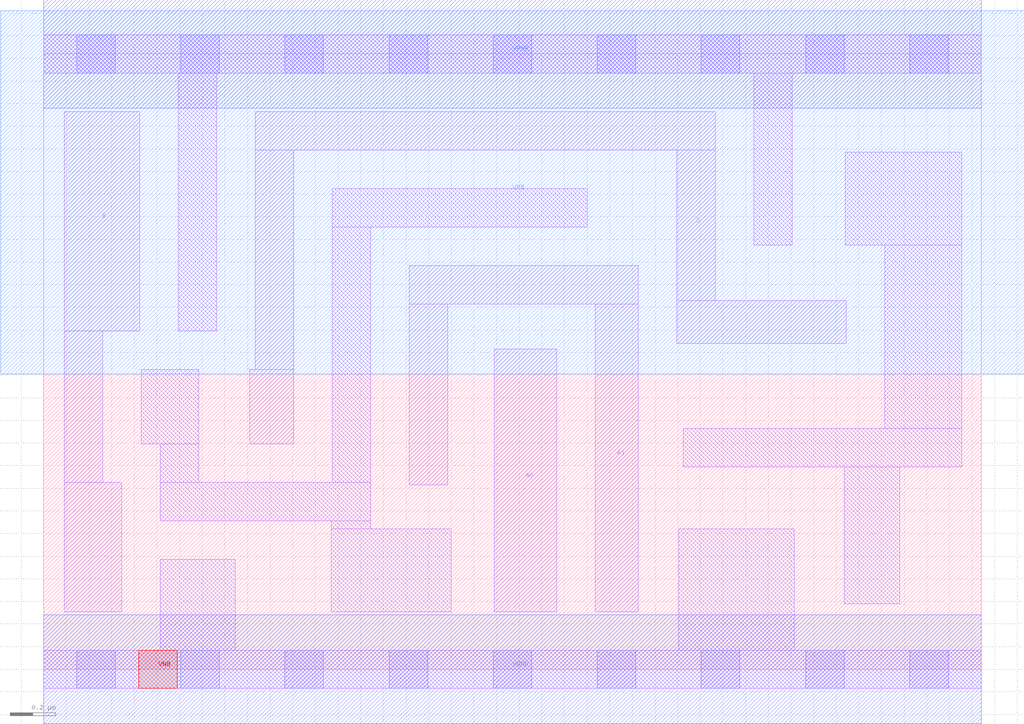
<source format=lef>
# Copyright 2020 The SkyWater PDK Authors
#
# Licensed under the Apache License, Version 2.0 (the "License");
# you may not use this file except in compliance with the License.
# You may obtain a copy of the License at
#
#     https://www.apache.org/licenses/LICENSE-2.0
#
# Unless required by applicable law or agreed to in writing, software
# distributed under the License is distributed on an "AS IS" BASIS,
# WITHOUT WARRANTIES OR CONDITIONS OF ANY KIND, either express or implied.
# See the License for the specific language governing permissions and
# limitations under the License.
#
# SPDX-License-Identifier: Apache-2.0

VERSION 5.7 ;
  NOWIREEXTENSIONATPIN ON ;
  DIVIDERCHAR "/" ;
  BUSBITCHARS "[]" ;
MACRO sky130_fd_sc_hd__mux2_1
  CLASS CORE ;
  FOREIGN sky130_fd_sc_hd__mux2_1 ;
  ORIGIN  0.000000  0.000000 ;
  SIZE  4.140000 BY  2.720000 ;
  SYMMETRY X Y R90 ;
  SITE unithd ;
  PIN A0
    ANTENNAGATEAREA  0.126000 ;
    DIRECTION INPUT ;
    USE SIGNAL ;
    PORT
      LAYER li1 ;
        RECT 1.990000 0.255000 2.265000 1.415000 ;
    END
  END A0
  PIN A1
    ANTENNAGATEAREA  0.126000 ;
    DIRECTION INPUT ;
    USE SIGNAL ;
    PORT
      LAYER li1 ;
        RECT 1.615000 0.815000 1.785000 1.615000 ;
        RECT 1.615000 1.615000 2.625000 1.785000 ;
        RECT 2.435000 0.255000 2.625000 1.615000 ;
    END
  END A1
  PIN S
    ANTENNAGATEAREA  0.252000 ;
    DIRECTION INPUT ;
    USE SIGNAL ;
    PORT
      LAYER li1 ;
        RECT 0.910000 0.995000 1.105000 1.325000 ;
        RECT 0.935000 1.325000 1.105000 2.295000 ;
        RECT 0.935000 2.295000 2.965000 2.465000 ;
        RECT 2.795000 1.440000 3.545000 1.630000 ;
        RECT 2.795000 1.630000 2.965000 2.295000 ;
    END
  END S
  PIN VNB
    PORT
      LAYER pwell ;
        RECT 0.420000 -0.085000 0.590000 0.085000 ;
    END
  END VNB
  PIN VPB
    PORT
      LAYER nwell ;
        RECT -0.190000 1.305000 4.330000 2.910000 ;
    END
  END VPB
  PIN X
    ANTENNADIFFAREA  0.429000 ;
    DIRECTION OUTPUT ;
    USE SIGNAL ;
    PORT
      LAYER li1 ;
        RECT 0.090000 0.255000 0.345000 0.825000 ;
        RECT 0.090000 0.825000 0.260000 1.495000 ;
        RECT 0.090000 1.495000 0.425000 2.465000 ;
    END
  END X
  PIN VGND
    DIRECTION INOUT ;
    SHAPE ABUTMENT ;
    USE GROUND ;
    PORT
      LAYER met1 ;
        RECT 0.000000 -0.240000 4.140000 0.240000 ;
    END
  END VGND
  PIN VPWR
    DIRECTION INOUT ;
    SHAPE ABUTMENT ;
    USE POWER ;
    PORT
      LAYER met1 ;
        RECT 0.000000 2.480000 4.140000 2.960000 ;
    END
  END VPWR
  OBS
    LAYER li1 ;
      RECT 0.000000 -0.085000 4.140000 0.085000 ;
      RECT 0.000000  2.635000 4.140000 2.805000 ;
      RECT 0.430000  0.995000 0.685000 1.325000 ;
      RECT 0.515000  0.085000 0.845000 0.485000 ;
      RECT 0.515000  0.655000 1.445000 0.825000 ;
      RECT 0.515000  0.825000 0.685000 0.995000 ;
      RECT 0.595000  1.495000 0.765000 2.635000 ;
      RECT 1.270000  0.255000 1.800000 0.620000 ;
      RECT 1.270000  0.620000 1.445000 0.655000 ;
      RECT 1.275000  0.825000 1.445000 1.955000 ;
      RECT 1.275000  1.955000 2.400000 2.125000 ;
      RECT 2.805000  0.085000 3.315000 0.620000 ;
      RECT 2.825000  0.895000 4.055000 1.065000 ;
      RECT 3.135000  1.875000 3.305000 2.635000 ;
      RECT 3.535000  0.290000 3.780000 0.895000 ;
      RECT 3.540000  1.875000 4.055000 2.285000 ;
      RECT 3.715000  1.065000 4.055000 1.875000 ;
    LAYER mcon ;
      RECT 0.145000 -0.085000 0.315000 0.085000 ;
      RECT 0.145000  2.635000 0.315000 2.805000 ;
      RECT 0.605000 -0.085000 0.775000 0.085000 ;
      RECT 0.605000  2.635000 0.775000 2.805000 ;
      RECT 1.065000 -0.085000 1.235000 0.085000 ;
      RECT 1.065000  2.635000 1.235000 2.805000 ;
      RECT 1.525000 -0.085000 1.695000 0.085000 ;
      RECT 1.525000  2.635000 1.695000 2.805000 ;
      RECT 1.985000 -0.085000 2.155000 0.085000 ;
      RECT 1.985000  2.635000 2.155000 2.805000 ;
      RECT 2.445000 -0.085000 2.615000 0.085000 ;
      RECT 2.445000  2.635000 2.615000 2.805000 ;
      RECT 2.905000 -0.085000 3.075000 0.085000 ;
      RECT 2.905000  2.635000 3.075000 2.805000 ;
      RECT 3.365000 -0.085000 3.535000 0.085000 ;
      RECT 3.365000  2.635000 3.535000 2.805000 ;
      RECT 3.825000 -0.085000 3.995000 0.085000 ;
      RECT 3.825000  2.635000 3.995000 2.805000 ;
  END
END sky130_fd_sc_hd__mux2_1
END LIBRARY

</source>
